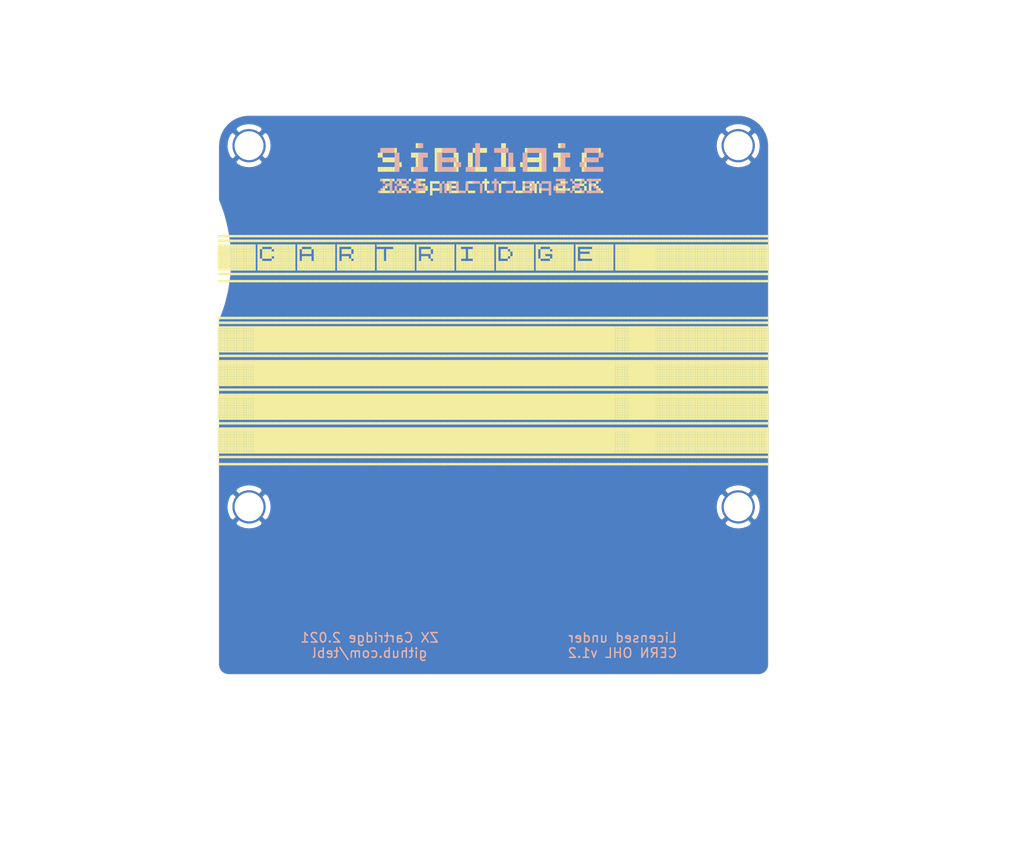
<source format=kicad_pcb>
(kicad_pcb (version 20171130) (host pcbnew "(5.1.8)-1")
  (layers (0 F.Cu signal) (31 B.Cu signal) (34 B.Paste user) (35 F.Paste user) (36 B.SilkS user) (37 F.SilkS user) (38 B.Mask user) (39 F.Mask user) (44 Edge.Cuts user))
  (net 0 "")
  (net 1 "Net-(M1-Pad1)")
  (module artwork:cartridge_title_empty2 (layer F.Cu) (at 124.333 87.249)
    (fp_text reference sinclair_keyboard_large hide)
    (fp_text value Val** hide)
  )
  (module artwork:cartridge_title_empty2 (layer F.Cu) (at 124.333 83.693)
    (fp_text reference sinclair_keyboard_large hide)
    (fp_text value Val** hide)
  )
  (module artwork:cartridge_title_empty2 (layer F.Cu) (at 124.333 80.137)
    (fp_text reference sinclair_keyboard_large hide)
    (fp_text value Val** hide)
  )
  (module artwork:cartridge_title (layer F.Cu) (at 124.333 67.945)
    (fp_text reference sinclair_keyboard_large hide)
    (fp_text value Val** hide)
  )
  (module artwork:cartridge_title_empty (layer F.Cu) (at 124.333 76.581)
    (fp_text reference sinclair_keyboard_large hide)
    (fp_text value Val** hide)
  )
  (module artwork:sinclair_title (layer B.Cu) (at 161.29 61.976 180)
    (fp_text reference E hide)
    (fp_text value "" (at 0 0 180) (layer B.SilkS) (effects (font (size 1.27 1.27)) (justify mirror)))
  )
  (module artwork:sinclair_title (layer F.Cu) (at 136.525 61.976)
    (fp_text reference sinclair_title hide)
    (fp_text value "" (at 0 0) (layer F.SilkS) (effects (font (size 1.27 1.27))))
  )
  (module mounting:M3_pin (layer F.Cu) (at 123.444 100.33)
    (fp_text reference M1 hide)
    (fp_text value Mounting hide)
    (pad 1 thru_hole circle (at 0 0) (size 3.5 3.5) (drill 3.048) (layers *.Cu *.Mask) (net 1 "Net-(M1-Pad1)"))
  )
  (module mounting:M3_pin (layer F.Cu) (at 175.011 100.33)
    (fp_text reference M2 hide)
    (fp_text value Mounting hide)
    (pad 1 thru_hole circle (at 0 0) (size 3.5 3.5) (drill 3.048) (layers *.Cu *.Mask) (net 1 "Net-(M1-Pad1)"))
  )
  (module mounting:M3_pin (layer F.Cu) (at 175.011 62.23)
    (fp_text reference M3 hide)
    (fp_text value Mounting hide)
    (pad 1 thru_hole circle (at 0 0) (size 3.5 3.5) (drill 3.048) (layers *.Cu *.Mask) (net 1 "Net-(M1-Pad1)"))
  )
  (module mounting:M3_pin (layer F.Cu) (at 123.444 62.23)
    (fp_text reference M4 hide)
    (fp_text value Mounting hide)
    (pad 1 thru_hole circle (at 0 0) (size 3.5 3.5) (drill 3.048) (layers *.Cu *.Mask) (net 1 "Net-(M1-Pad1)"))
  )
  (gr_text "Licensed under\nCERN OHL v1.2" (at 162.814 114.935) (layer B.SilkS) (effects (font (size 1 1)) (justify mirror)))
  (gr_arc (start 121.285 116.967) (end 121.285 117.983) (angle 90) (layer Edge.Cuts) (width 0.0254))
  (gr_line (start 120.269 67.945) (end 120.269 62.23) (layer Edge.Cuts) (width 0.0254))
  (gr_arc (start 105.029001 74.295001) (end 120.269001 80.645) (angle -45.2397299) (layer Edge.Cuts) (width 0.0254))
  (gr_line (start 123.444 59.055) (end 175.006 59.055) (layer Edge.Cuts) (width 0.0254))
  (gr_arc (start 175.006 62.23) (end 178.181 62.23) (angle -90) (layer Edge.Cuts) (width 0.0254))
  (gr_arc (start 123.444 62.23) (end 123.444 59.055) (angle -90) (layer Edge.Cuts) (width 0.0254))
  (gr_line (start 177.165 117.983) (end 121.285 117.983) (layer Edge.Cuts) (width 0.0254))
  (gr_text "ZX Cartridge 2.021\ngithub.com/tebl" (at 136.144 114.935) (layer B.SilkS) (effects (font (size 1 1)) (justify mirror)))
  (gr_line (start 178.181 62.23) (end 178.181 116.967) (angle 90) (layer Edge.Cuts) (width 0.0254))
  (gr_arc (start 177.165 116.967) (end 178.181 116.967) (angle 90) (layer Edge.Cuts) (width 0.0254))
  (gr_line (start 120.269001 80.645) (end 120.269 116.967) (angle 90) (layer Edge.Cuts) (width 0.0254))
  (zone (net 1) (net_name "Net-(M1-Pad1)") (layer B.Cu) (connect_pads (clearance 0.000003)) (min_thickness 0.254) (fill yes (arc_segments 32) (thermal_gap 0.508) (thermal_bridge_width 0.508))
    (polygon (pts (xy 205.139522 138.303) (xy 97.189522 138.303) (xy 97.189522 46.863) (xy 205.139522 46.863)))
  )
)
</source>
